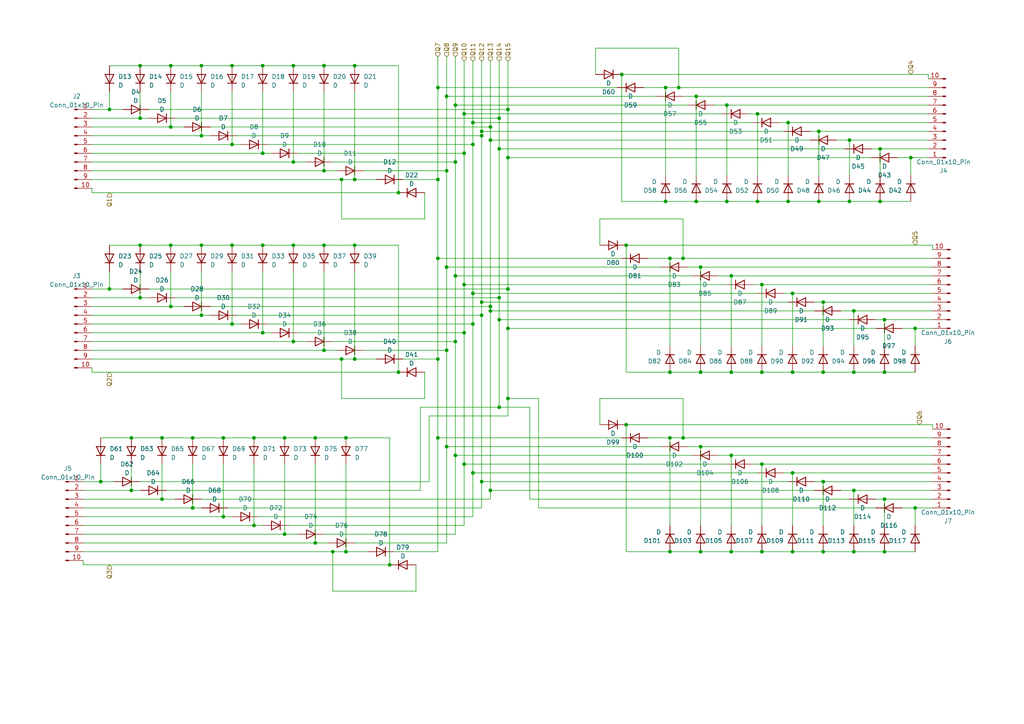
<source format=kicad_sch>
(kicad_sch (version 20230121) (generator eeschema)
  (paper "A4")
  (junction (at 134.62 134.62))
  (junction (at 100.33 160.02))
  (junction (at 40.64 86.36))
  (junction (at 144.78 118.11))
  (junction (at 194.31 160.02))
  (junction (at 58.42 71.12))
  (junction (at 31.75 31.75))
  (junction (at 256.54 92.71))
  (junction (at 265.43 95.25))
  (junction (at 229.87 137.16))
  (junction (at 100.33 127))
  (junction (at 210.82 58.42))
  (junction (at 127 52.07))
  (junction (at 85.09 71.12))
  (junction (at 256.54 160.02))
  (junction (at 198.12 127))
  (junction (at 147.32 31.75))
  (junction (at 137.16 93.98))
  (junction (at 139.7 39.37))
  (junction (at 102.87 52.07))
  (junction (at 180.34 21.59))
  (junction (at 134.62 44.45))
  (junction (at 139.7 87.63))
  (junction (at 91.44 157.48))
  (junction (at 113.03 163.83))
  (junction (at 76.2 96.52))
  (junction (at 55.88 127))
  (junction (at 73.66 152.4))
  (junction (at 229.87 85.09))
  (junction (at 93.98 19.05))
  (junction (at 144.78 86.36))
  (junction (at 238.76 139.7))
  (junction (at 147.32 45.72))
  (junction (at 46.99 127))
  (junction (at 40.64 19.05))
  (junction (at 246.38 40.64))
  (junction (at 73.66 127))
  (junction (at 127 127))
  (junction (at 193.04 58.42))
  (junction (at 129.54 101.6))
  (junction (at 228.6 35.56))
  (junction (at 93.98 101.6))
  (junction (at 137.16 41.91))
  (junction (at 134.62 33.02))
  (junction (at 85.09 19.05))
  (junction (at 129.54 129.54))
  (junction (at 194.31 74.93))
  (junction (at 193.04 25.4))
  (junction (at 147.32 95.25))
  (junction (at 237.49 58.42))
  (junction (at 132.08 46.99))
  (junction (at 139.7 38.1))
  (junction (at 96.52 160.02))
  (junction (at 91.44 127))
  (junction (at 58.42 19.05))
  (junction (at 144.78 43.18))
  (junction (at 102.87 71.12))
  (junction (at 255.27 58.42))
  (junction (at 134.62 96.52))
  (junction (at 38.1 142.24))
  (junction (at 139.7 139.7))
  (junction (at 93.98 49.53))
  (junction (at 229.87 107.95))
  (junction (at 129.54 49.53))
  (junction (at 210.82 30.48))
  (junction (at 203.2 129.54))
  (junction (at 49.53 88.9))
  (junction (at 181.61 71.12))
  (junction (at 201.93 27.94))
  (junction (at 220.98 160.02))
  (junction (at 64.77 149.86))
  (junction (at 82.55 127))
  (junction (at 115.57 55.88))
  (junction (at 264.16 45.72))
  (junction (at 29.21 139.7))
  (junction (at 219.71 33.02))
  (junction (at 55.88 147.32))
  (junction (at 142.24 88.9))
  (junction (at 127 25.4))
  (junction (at 203.2 107.95))
  (junction (at 67.31 71.12))
  (junction (at 58.42 39.37))
  (junction (at 201.93 58.42))
  (junction (at 137.16 137.16))
  (junction (at 67.31 41.91))
  (junction (at 229.87 160.02))
  (junction (at 40.64 34.29))
  (junction (at 76.2 44.45))
  (junction (at 93.98 71.12))
  (junction (at 142.24 90.17))
  (junction (at 142.24 36.83))
  (junction (at 102.87 104.14))
  (junction (at 129.54 27.94))
  (junction (at 127 104.14))
  (junction (at 181.61 123.19))
  (junction (at 132.08 132.08))
  (junction (at 115.57 107.95))
  (junction (at 220.98 107.95))
  (junction (at 247.65 142.24))
  (junction (at 58.42 91.44))
  (junction (at 247.65 160.02))
  (junction (at 132.08 99.06))
  (junction (at 256.54 144.78))
  (junction (at 99.06 104.14))
  (junction (at 219.71 58.42))
  (junction (at 46.99 144.78))
  (junction (at 139.7 91.44))
  (junction (at 49.53 19.05))
  (junction (at 220.98 134.62))
  (junction (at 212.09 80.01))
  (junction (at 212.09 160.02))
  (junction (at 85.09 46.99))
  (junction (at 198.12 74.93))
  (junction (at 64.77 127))
  (junction (at 246.38 58.42))
  (junction (at 238.76 160.02))
  (junction (at 194.31 127))
  (junction (at 212.09 107.95))
  (junction (at 76.2 19.05))
  (junction (at 49.53 71.12))
  (junction (at 85.09 99.06))
  (junction (at 237.49 38.1))
  (junction (at 238.76 107.95))
  (junction (at 67.31 93.98))
  (junction (at 132.08 30.48))
  (junction (at 76.2 71.12))
  (junction (at 127 74.93))
  (junction (at 144.78 92.71))
  (junction (at 134.62 82.55))
  (junction (at 212.09 132.08))
  (junction (at 238.76 87.63))
  (junction (at 247.65 90.17))
  (junction (at 99.06 52.07))
  (junction (at 132.08 80.01))
  (junction (at 147.32 83.82))
  (junction (at 194.31 107.95))
  (junction (at 255.27 43.18))
  (junction (at 220.98 82.55))
  (junction (at 142.24 142.24))
  (junction (at 137.16 85.09))
  (junction (at 82.55 154.94))
  (junction (at 102.87 19.05))
  (junction (at 40.64 71.12))
  (junction (at 228.6 58.42))
  (junction (at 67.31 19.05))
  (junction (at 142.24 40.64))
  (junction (at 203.2 160.02))
  (junction (at 247.65 107.95))
  (junction (at 147.32 115.57))
  (junction (at 256.54 107.95))
  (junction (at 203.2 77.47))
  (junction (at 31.75 83.82))
  (junction (at 38.1 127))
  (junction (at 265.43 147.32))
  (junction (at 196.85 25.4))
  (junction (at 129.54 77.47))
  (junction (at 49.53 36.83))
  (junction (at 144.78 34.29))
  (junction (at 137.16 35.56))
  (wire (pts (xy 270.51 72.39) (xy 270.51 71.12)))
  (wire (pts (xy 26.67 107.95) (xy 115.57 107.95)))
  (wire (pts (xy 256.54 152.4) (xy 256.54 144.78)))
  (wire (pts (xy 237.49 38.1) (xy 234.95 38.1)))
  (wire (pts (xy 127 127) (xy 180.34 127)))
  (wire (pts (xy 58.42 71.12) (xy 67.31 71.12)))
  (wire (pts (xy 137.16 35.56) (xy 137.16 41.91)))
  (wire (pts (xy 85.09 19.05) (xy 93.98 19.05)))
  (wire (pts (xy 82.55 127) (xy 91.44 127)))
  (wire (pts (xy 142.24 36.83) (xy 142.24 17.78)))
  (wire (pts (xy 269.24 22.86) (xy 269.24 21.59)))
  (wire (pts (xy 91.44 134.62) (xy 91.44 157.48)))
  (wire (pts (xy 137.16 85.09) (xy 137.16 93.98)))
  (wire (pts (xy 64.77 134.62) (xy 64.77 149.86)))
  (wire (pts (xy 26.67 39.37) (xy 58.42 39.37)))
  (wire (pts (xy 220.98 160.02) (xy 212.09 160.02)))
  (wire (pts (xy 228.6 58.42) (xy 219.71 58.42)))
  (wire (pts (xy 48.26 142.24) (xy 121.92 142.24)))
  (wire (pts (xy 26.67 44.45) (xy 76.2 44.45)))
  (wire (pts (xy 67.31 41.91) (xy 69.85 41.91)))
  (wire (pts (xy 144.78 34.29) (xy 144.78 17.78)))
  (wire (pts (xy 38.1 127) (xy 46.99 127)))
  (wire (pts (xy 255.27 50.8) (xy 255.27 43.18)))
  (wire (pts (xy 269.24 33.02) (xy 219.71 33.02)))
  (wire (pts (xy 194.31 127) (xy 187.96 127)))
  (wire (pts (xy 24.13 160.02) (xy 96.52 160.02)))
  (wire (pts (xy 255.27 58.42) (xy 246.38 58.42)))
  (wire (pts (xy 201.93 58.42) (xy 193.04 58.42)))
  (wire (pts (xy 256.54 107.95) (xy 247.65 107.95)))
  (wire (pts (xy 60.96 36.83) (xy 142.24 36.83)))
  (wire (pts (xy 26.67 88.9) (xy 49.53 88.9)))
  (wire (pts (xy 102.87 26.67) (xy 102.87 52.07)))
  (wire (pts (xy 212.09 100.33) (xy 212.09 80.01)))
  (wire (pts (xy 55.88 134.62) (xy 55.88 147.32)))
  (wire (pts (xy 114.3 160.02) (xy 127 160.02)))
  (wire (pts (xy 210.82 58.42) (xy 201.93 58.42)))
  (wire (pts (xy 127 25.4) (xy 179.07 25.4)))
  (wire (pts (xy 86.36 96.52) (xy 134.62 96.52)))
  (wire (pts (xy 85.09 78.74) (xy 85.09 99.06)))
  (wire (pts (xy 120.65 171.45) (xy 96.52 171.45)))
  (wire (pts (xy 203.2 152.4) (xy 203.2 129.54)))
  (wire (pts (xy 265.43 100.33) (xy 265.43 95.25)))
  (wire (pts (xy 26.67 55.88) (xy 115.57 55.88)))
  (wire (pts (xy 68.58 91.44) (xy 139.7 91.44)))
  (wire (pts (xy 156.21 147.32) (xy 156.21 115.57)))
  (wire (pts (xy 270.51 147.32) (xy 265.43 147.32)))
  (wire (pts (xy 269.24 27.94) (xy 201.93 27.94)))
  (wire (pts (xy 46.99 134.62) (xy 46.99 144.78)))
  (wire (pts (xy 147.32 45.72) (xy 252.73 45.72)))
  (wire (pts (xy 212.09 132.08) (xy 208.28 132.08)))
  (wire (pts (xy 55.88 147.32) (xy 58.42 147.32)))
  (wire (pts (xy 264.16 45.72) (xy 260.35 45.72)))
  (wire (pts (xy 196.85 13.97) (xy 196.85 25.4)))
  (wire (pts (xy 76.2 96.52) (xy 78.74 96.52)))
  (wire (pts (xy 40.64 19.05) (xy 49.53 19.05)))
  (wire (pts (xy 31.75 78.74) (xy 31.75 83.82)))
  (wire (pts (xy 198.12 127) (xy 194.31 127)))
  (wire (pts (xy 129.54 27.94) (xy 190.5 27.94)))
  (wire (pts (xy 132.08 80.01) (xy 200.66 80.01)))
  (wire (pts (xy 256.54 144.78) (xy 254 144.78)))
  (wire (pts (xy 127 74.93) (xy 127 52.07)))
  (wire (pts (xy 26.67 41.91) (xy 67.31 41.91)))
  (wire (pts (xy 194.31 160.02) (xy 181.61 160.02)))
  (wire (pts (xy 73.66 127) (xy 82.55 127)))
  (wire (pts (xy 247.65 152.4) (xy 247.65 142.24)))
  (wire (pts (xy 24.13 152.4) (xy 73.66 152.4)))
  (wire (pts (xy 229.87 160.02) (xy 220.98 160.02)))
  (wire (pts (xy 270.51 142.24) (xy 247.65 142.24)))
  (wire (pts (xy 238.76 100.33) (xy 238.76 87.63)))
  (wire (pts (xy 24.13 154.94) (xy 82.55 154.94)))
  (wire (pts (xy 220.98 100.33) (xy 220.98 82.55)))
  (wire (pts (xy 134.62 82.55) (xy 134.62 44.45)))
  (wire (pts (xy 49.53 88.9) (xy 53.34 88.9)))
  (wire (pts (xy 26.67 86.36) (xy 40.64 86.36)))
  (wire (pts (xy 264.16 50.8) (xy 264.16 45.72)))
  (wire (pts (xy 24.13 142.24) (xy 38.1 142.24)))
  (wire (pts (xy 100.33 160.02) (xy 106.68 160.02)))
  (wire (pts (xy 102.87 157.48) (xy 129.54 157.48)))
  (wire (pts (xy 142.24 88.9) (xy 142.24 90.17)))
  (wire (pts (xy 132.08 132.08) (xy 200.66 132.08)))
  (wire (pts (xy 203.2 100.33) (xy 203.2 77.47)))
  (wire (pts (xy 24.13 149.86) (xy 64.77 149.86)))
  (wire (pts (xy 49.53 78.74) (xy 49.53 88.9)))
  (wire (pts (xy 77.47 41.91) (xy 137.16 41.91)))
  (wire (pts (xy 198.12 63.5) (xy 198.12 74.93)))
  (wire (pts (xy 229.87 85.09) (xy 227.33 85.09)))
  (wire (pts (xy 116.84 104.14) (xy 127 104.14)))
  (wire (pts (xy 73.66 134.62) (xy 73.66 152.4)))
  (wire (pts (xy 270.51 95.25) (xy 265.43 95.25)))
  (wire (pts (xy 127 127) (xy 127 104.14)))
  (wire (pts (xy 99.06 52.07) (xy 102.87 52.07)))
  (wire (pts (xy 144.78 118.11) (xy 153.67 118.11)))
  (wire (pts (xy 246.38 58.42) (xy 237.49 58.42)))
  (wire (pts (xy 29.21 139.7) (xy 33.02 139.7)))
  (wire (pts (xy 24.13 162.56) (xy 24.13 163.83)))
  (wire (pts (xy 102.87 78.74) (xy 102.87 104.14)))
  (wire (pts (xy 147.32 115.57) (xy 147.32 95.25)))
  (wire (pts (xy 269.24 40.64) (xy 246.38 40.64)))
  (wire (pts (xy 270.51 82.55) (xy 220.98 82.55)))
  (wire (pts (xy 66.04 147.32) (xy 139.7 147.32)))
  (wire (pts (xy 147.32 95.25) (xy 254 95.25)))
  (wire (pts (xy 246.38 144.78) (xy 153.67 144.78)))
  (wire (pts (xy 31.75 83.82) (xy 35.56 83.82)))
  (wire (pts (xy 194.31 100.33) (xy 194.31 74.93)))
  (wire (pts (xy 129.54 49.53) (xy 129.54 27.94)))
  (wire (pts (xy 121.92 118.11) (xy 144.78 118.11)))
  (wire (pts (xy 132.08 99.06) (xy 132.08 80.01)))
  (wire (pts (xy 139.7 139.7) (xy 139.7 91.44)))
  (wire (pts (xy 173.99 123.19) (xy 173.99 115.57)))
  (wire (pts (xy 123.19 55.88) (xy 123.19 63.5)))
  (wire (pts (xy 270.51 132.08) (xy 212.09 132.08)))
  (wire (pts (xy 219.71 58.42) (xy 210.82 58.42)))
  (wire (pts (xy 124.46 139.7) (xy 124.46 120.65)))
  (wire (pts (xy 43.18 83.82) (xy 147.32 83.82)))
  (wire (pts (xy 147.32 45.72) (xy 147.32 31.75)))
  (wire (pts (xy 134.62 96.52) (xy 134.62 82.55)))
  (wire (pts (xy 269.24 25.4) (xy 196.85 25.4)))
  (wire (pts (xy 91.44 157.48) (xy 95.25 157.48)))
  (wire (pts (xy 124.46 120.65) (xy 147.32 120.65)))
  (wire (pts (xy 99.06 115.57) (xy 99.06 104.14)))
  (wire (pts (xy 193.04 25.4) (xy 186.69 25.4)))
  (wire (pts (xy 85.09 71.12) (xy 93.98 71.12)))
  (wire (pts (xy 132.08 154.94) (xy 132.08 132.08)))
  (wire (pts (xy 212.09 107.95) (xy 203.2 107.95)))
  (wire (pts (xy 237.49 58.42) (xy 228.6 58.42)))
  (wire (pts (xy 246.38 40.64) (xy 242.57 40.64)))
  (wire (pts (xy 137.16 137.16) (xy 219.71 137.16)))
  (wire (pts (xy 269.24 38.1) (xy 237.49 38.1)))
  (wire (pts (xy 93.98 19.05) (xy 102.87 19.05)))
  (wire (pts (xy 238.76 107.95) (xy 229.87 107.95)))
  (wire (pts (xy 26.67 83.82) (xy 31.75 83.82)))
  (wire (pts (xy 99.06 104.14) (xy 102.87 104.14)))
  (wire (pts (xy 129.54 157.48) (xy 129.54 129.54)))
  (wire (pts (xy 26.67 46.99) (xy 85.09 46.99)))
  (wire (pts (xy 139.7 139.7) (xy 228.6 139.7)))
  (wire (pts (xy 40.64 78.74) (xy 40.64 86.36)))
  (wire (pts (xy 247.65 90.17) (xy 243.84 90.17)))
  (wire (pts (xy 137.16 149.86) (xy 137.16 137.16)))
  (wire (pts (xy 247.65 107.95) (xy 238.76 107.95)))
  (wire (pts (xy 270.51 77.47) (xy 203.2 77.47)))
  (wire (pts (xy 139.7 38.1) (xy 139.7 17.78)))
  (wire (pts (xy 64.77 127) (xy 73.66 127)))
  (wire (pts (xy 196.85 25.4) (xy 193.04 25.4)))
  (wire (pts (xy 99.06 63.5) (xy 99.06 52.07)))
  (wire (pts (xy 116.84 52.07) (xy 127 52.07)))
  (wire (pts (xy 237.49 50.8) (xy 237.49 38.1)))
  (wire (pts (xy 256.54 100.33) (xy 256.54 92.71)))
  (wire (pts (xy 181.61 160.02) (xy 181.61 123.19)))
  (wire (pts (xy 270.51 144.78) (xy 256.54 144.78)))
  (wire (pts (xy 26.67 36.83) (xy 49.53 36.83)))
  (wire (pts (xy 229.87 137.16) (xy 227.33 137.16)))
  (wire (pts (xy 85.09 99.06) (xy 88.9 99.06)))
  (wire (pts (xy 91.44 127) (xy 100.33 127)))
  (wire (pts (xy 270.51 87.63) (xy 238.76 87.63)))
  (wire (pts (xy 127 104.14) (xy 127 74.93)))
  (wire (pts (xy 210.82 30.48) (xy 207.01 30.48)))
  (wire (pts (xy 134.62 96.52) (xy 134.62 134.62)))
  (wire (pts (xy 24.13 163.83) (xy 113.03 163.83)))
  (wire (pts (xy 49.53 26.67) (xy 49.53 36.83)))
  (wire (pts (xy 93.98 26.67) (xy 93.98 49.53)))
  (wire (pts (xy 58.42 91.44) (xy 60.96 91.44)))
  (wire (pts (xy 265.43 152.4) (xy 265.43 147.32)))
  (wire (pts (xy 67.31 71.12) (xy 76.2 71.12)))
  (wire (pts (xy 144.78 43.18) (xy 144.78 34.29)))
  (wire (pts (xy 270.51 139.7) (xy 238.76 139.7)))
  (wire (pts (xy 172.72 21.59) (xy 172.72 13.97)))
  (wire (pts (xy 270.51 74.93) (xy 198.12 74.93)))
  (wire (pts (xy 228.6 35.56) (xy 226.06 35.56)))
  (wire (pts (xy 269.24 30.48) (xy 210.82 30.48)))
  (wire (pts (xy 147.32 95.25) (xy 147.32 83.82)))
  (wire (pts (xy 129.54 27.94) (xy 129.54 16.51)))
  (wire (pts (xy 102.87 104.14) (xy 109.22 104.14)))
  (wire (pts (xy 247.65 100.33) (xy 247.65 90.17)))
  (wire (pts (xy 31.75 31.75) (xy 35.56 31.75)))
  (wire (pts (xy 85.09 46.99) (xy 88.9 46.99)))
  (wire (pts (xy 144.78 86.36) (xy 144.78 43.18)))
  (wire (pts (xy 142.24 40.64) (xy 142.24 36.83)))
  (wire (pts (xy 26.67 93.98) (xy 67.31 93.98)))
  (wire (pts (xy 127 52.07) (xy 127 25.4)))
  (wire (pts (xy 201.93 27.94) (xy 198.12 27.94)))
  (wire (pts (xy 144.78 43.18) (xy 245.11 43.18)))
  (wire (pts (xy 102.87 19.05) (xy 115.57 19.05)))
  (wire (pts (xy 255.27 43.18) (xy 252.73 43.18)))
  (wire (pts (xy 38.1 134.62) (xy 38.1 142.24)))
  (wire (pts (xy 144.78 118.11) (xy 144.78 92.71)))
  (wire (pts (xy 256.54 92.71) (xy 254 92.71)))
  (wire (pts (xy 76.2 78.74) (xy 76.2 96.52)))
  (wire (pts (xy 139.7 147.32) (xy 139.7 139.7)))
  (wire (pts (xy 247.65 160.02) (xy 238.76 160.02)))
  (wire (pts (xy 40.64 71.12) (xy 49.53 71.12)))
  (wire (pts (xy 129.54 101.6) (xy 129.54 77.47)))
  (wire (pts (xy 270.51 124.46) (xy 270.51 123.19)))
  (wire (pts (xy 40.64 34.29) (xy 43.18 34.29)))
  (wire (pts (xy 203.2 129.54) (xy 199.39 129.54)))
  (wire (pts (xy 82.55 154.94) (xy 86.36 154.94)))
  (wire (pts (xy 24.13 144.78) (xy 46.99 144.78)))
  (wire (pts (xy 134.62 134.62) (xy 134.62 152.4)))
  (wire (pts (xy 256.54 160.02) (xy 247.65 160.02)))
  (wire (pts (xy 76.2 26.67) (xy 76.2 44.45)))
  (wire (pts (xy 139.7 91.44) (xy 139.7 87.63)))
  (wire (pts (xy 139.7 39.37) (xy 139.7 38.1)))
  (wire (pts (xy 270.51 129.54) (xy 203.2 129.54)))
  (wire (pts (xy 100.33 127) (xy 113.03 127)))
  (wire (pts (xy 198.12 115.57) (xy 198.12 127)))
  (wire (pts (xy 142.24 40.64) (xy 234.95 40.64)))
  (wire (pts (xy 31.75 71.12) (xy 40.64 71.12)))
  (wire (pts (xy 121.92 142.24) (xy 121.92 118.11)))
  (wire (pts (xy 73.66 152.4) (xy 76.2 152.4)))
  (wire (pts (xy 26.67 34.29) (xy 40.64 34.29)))
  (wire (pts (xy 50.8 34.29) (xy 144.78 34.29)))
  (wire (pts (xy 31.75 26.67) (xy 31.75 31.75)))
  (wire (pts (xy 26.67 52.07) (xy 99.06 52.07)))
  (wire (pts (xy 76.2 44.45) (xy 78.74 44.45)))
  (wire (pts (xy 229.87 107.95) (xy 220.98 107.95)))
  (wire (pts (xy 46.99 127) (xy 55.88 127)))
  (wire (pts (xy 67.31 26.67) (xy 67.31 41.91)))
  (wire (pts (xy 40.64 139.7) (xy 124.46 139.7)))
  (wire (pts (xy 58.42 19.05) (xy 67.31 19.05)))
  (wire (pts (xy 50.8 86.36) (xy 144.78 86.36)))
  (wire (pts (xy 93.98 101.6) (xy 97.79 101.6)))
  (wire (pts (xy 236.22 90.17) (xy 142.24 90.17)))
  (wire (pts (xy 43.18 31.75) (xy 147.32 31.75)))
  (wire (pts (xy 115.57 71.12) (xy 115.57 107.95)))
  (wire (pts (xy 93.98 71.12) (xy 102.87 71.12)))
  (wire (pts (xy 132.08 30.48) (xy 132.08 16.51)))
  (wire (pts (xy 93.98 49.53) (xy 97.79 49.53)))
  (wire (pts (xy 49.53 36.83) (xy 53.34 36.83)))
  (wire (pts (xy 142.24 90.17) (xy 142.24 142.24)))
  (wire (pts (xy 129.54 129.54) (xy 129.54 101.6)))
  (wire (pts (xy 270.51 134.62) (xy 220.98 134.62)))
  (wire (pts (xy 139.7 87.63) (xy 228.6 87.63)))
  (wire (pts (xy 96.52 171.45) (xy 96.52 160.02)))
  (wire (pts (xy 181.61 107.95) (xy 181.61 71.12)))
  (wire (pts (xy 173.99 71.12) (xy 173.99 63.5)))
  (wire (pts (xy 134.62 44.45) (xy 134.62 33.02)))
  (wire (pts (xy 46.99 144.78) (xy 50.8 144.78)))
  (wire (pts (xy 129.54 77.47) (xy 129.54 49.53)))
  (wire (pts (xy 203.2 77.47) (xy 199.39 77.47)))
  (wire (pts (xy 193.04 58.42) (xy 180.34 58.42)))
  (wire (pts (xy 265.43 95.25) (xy 261.62 95.25)))
  (wire (pts (xy 203.2 107.95) (xy 194.31 107.95)))
  (wire (pts (xy 229.87 152.4) (xy 229.87 137.16)))
  (wire (pts (xy 134.62 33.02) (xy 134.62 17.78)))
  (wire (pts (xy 139.7 38.1) (xy 227.33 38.1)))
  (wire (pts (xy 40.64 26.67) (xy 40.64 34.29)))
  (wire (pts (xy 105.41 101.6) (xy 129.54 101.6)))
  (wire (pts (xy 220.98 82.55) (xy 218.44 82.55)))
  (wire (pts (xy 26.67 31.75) (xy 31.75 31.75)))
  (wire (pts (xy 270.51 71.12) (xy 181.61 71.12)))
  (wire (pts (xy 270.51 123.19) (xy 181.61 123.19)))
  (wire (pts (xy 96.52 99.06) (xy 132.08 99.06)))
  (wire (pts (xy 129.54 77.47) (xy 191.77 77.47)))
  (wire (pts (xy 134.62 134.62) (xy 210.82 134.62)))
  (wire (pts (xy 58.42 78.74) (xy 58.42 91.44)))
  (wire (pts (xy 220.98 152.4) (xy 220.98 134.62)))
  (wire (pts (xy 134.62 33.02) (xy 209.55 33.02)))
  (wire (pts (xy 194.31 152.4) (xy 194.31 127)))
  (wire (pts (xy 194.31 74.93) (xy 187.96 74.93)))
  (wire (pts (xy 172.72 13.97) (xy 196.85 13.97)))
  (wire (pts (xy 137.16 17.78) (xy 137.16 35.56)))
  (wire (pts (xy 147.32 31.75) (xy 147.32 17.78)))
  (wire (pts (xy 270.51 127) (xy 198.12 127)))
  (wire (pts (xy 26.67 99.06) (xy 85.09 99.06)))
  (wire (pts (xy 120.65 163.83) (xy 120.65 171.45)))
  (wire (pts (xy 38.1 142.24) (xy 40.64 142.24)))
  (wire (pts (xy 212.09 80.01) (xy 208.28 80.01)))
  (wire (pts (xy 220.98 134.62) (xy 218.44 134.62)))
  (wire (pts (xy 127 25.4) (xy 127 16.51)))
  (wire (pts (xy 270.51 80.01) (xy 212.09 80.01)))
  (wire (pts (xy 85.09 26.67) (xy 85.09 46.99)))
  (wire (pts (xy 102.87 71.12) (xy 115.57 71.12)))
  (wire (pts (xy 194.31 107.95) (xy 181.61 107.95)))
  (wire (pts (xy 246.38 50.8) (xy 246.38 40.64)))
  (wire (pts (xy 132.08 30.48) (xy 199.39 30.48)))
  (wire (pts (xy 137.16 137.16) (xy 137.16 93.98)))
  (wire (pts (xy 201.93 50.8) (xy 201.93 27.94)))
  (wire (pts (xy 147.32 120.65) (xy 147.32 115.57)))
  (wire (pts (xy 49.53 71.12) (xy 58.42 71.12)))
  (wire (pts (xy 115.57 19.05) (xy 115.57 55.88)))
  (wire (pts (xy 77.47 93.98) (xy 137.16 93.98)))
  (wire (pts (xy 132.08 132.08) (xy 132.08 99.06)))
  (wire (pts (xy 96.52 46.99) (xy 132.08 46.99)))
  (wire (pts (xy 156.21 115.57) (xy 147.32 115.57)))
  (wire (pts (xy 64.77 149.86) (xy 67.31 149.86)))
  (wire (pts (xy 269.24 43.18) (xy 255.27 43.18)))
  (wire (pts (xy 127 160.02) (xy 127 127)))
  (wire (pts (xy 180.34 58.42) (xy 180.34 21.59)))
  (wire (pts (xy 238.76 139.7) (xy 236.22 139.7)))
  (wire (pts (xy 102.87 52.07) (xy 109.22 52.07)))
  (wire (pts (xy 137.16 41.91) (xy 137.16 85.09)))
  (wire (pts (xy 55.88 127) (xy 64.77 127)))
  (wire (pts (xy 129.54 129.54) (xy 191.77 129.54)))
  (wire (pts (xy 24.13 157.48) (xy 91.44 157.48)))
  (wire (pts (xy 60.96 88.9) (xy 142.24 88.9)))
  (wire (pts (xy 218.44 35.56) (xy 137.16 35.56)))
  (wire (pts (xy 153.67 144.78) (xy 153.67 118.11)))
  (wire (pts (xy 144.78 92.71) (xy 246.38 92.71)))
  (wire (pts (xy 173.99 115.57) (xy 198.12 115.57)))
  (wire (pts (xy 269.24 21.59) (xy 180.34 21.59)))
  (wire (pts (xy 83.82 152.4) (xy 134.62 152.4)))
  (wire (pts (xy 228.6 50.8) (xy 228.6 35.56)))
  (wire (pts (xy 29.21 134.62) (xy 29.21 139.7)))
  (wire (pts (xy 238.76 152.4) (xy 238.76 139.7)))
  (wire (pts (xy 210.82 50.8) (xy 210.82 30.48)))
  (wire (pts (xy 229.87 100.33) (xy 229.87 85.09)))
  (wire (pts (xy 212.09 160.02) (xy 203.2 160.02)))
  (wire (pts (xy 67.31 19.05) (xy 76.2 19.05)))
  (wire (pts (xy 144.78 92.71) (xy 144.78 86.36)))
  (wire (pts (xy 49.53 19.05) (xy 58.42 19.05)))
  (wire (pts (xy 265.43 160.02) (xy 256.54 160.02)))
  (wire (pts (xy 31.75 19.05) (xy 40.64 19.05)))
  (wire (pts (xy 26.67 49.53) (xy 93.98 49.53)))
  (wire (pts (xy 127 74.93) (xy 180.34 74.93)))
  (wire (pts (xy 24.13 147.32) (xy 55.88 147.32)))
  (wire (pts (xy 58.42 144.78) (xy 142.24 144.78)))
  (wire (pts (xy 270.51 90.17) (xy 247.65 90.17)))
  (wire (pts (xy 203.2 160.02) (xy 194.31 160.02)))
  (wire (pts (xy 198.12 74.93) (xy 194.31 74.93)))
  (wire (pts (xy 147.32 83.82) (xy 147.32 45.72)))
  (wire (pts (xy 29.21 127) (xy 38.1 127)))
  (wire (pts (xy 142.24 88.9) (xy 142.24 40.64)))
  (wire (pts (xy 82.55 134.62) (xy 82.55 154.94)))
  (wire (pts (xy 68.58 39.37) (xy 139.7 39.37)))
  (wire (pts (xy 86.36 44.45) (xy 134.62 44.45)))
  (wire (pts (xy 173.99 63.5) (xy 198.12 63.5)))
  (wire (pts (xy 76.2 19.05) (xy 85.09 19.05)))
  (wire (pts (xy 123.19 115.57) (xy 99.06 115.57)))
  (wire (pts (xy 93.98 78.74) (xy 93.98 101.6)))
  (wire (pts (xy 142.24 144.78) (xy 142.24 142.24)))
  (wire (pts (xy 26.67 54.61) (xy 26.67 55.88)))
  (wire (pts (xy 193.04 50.8) (xy 193.04 25.4)))
  (wire (pts (xy 105.41 49.53) (xy 129.54 49.53)))
  (wire (pts (xy 265.43 147.32) (xy 261.62 147.32)))
  (wire (pts (xy 26.67 106.68) (xy 26.67 107.95)))
  (wire (pts (xy 76.2 71.12) (xy 85.09 71.12)))
  (wire (pts (xy 134.62 82.55) (xy 210.82 82.55)))
  (wire (pts (xy 58.42 26.67) (xy 58.42 39.37)))
  (wire (pts (xy 219.71 85.09) (xy 137.16 85.09)))
  (wire (pts (xy 219.71 33.02) (xy 217.17 33.02)))
  (wire (pts (xy 238.76 87.63) (xy 236.22 87.63)))
  (wire (pts (xy 220.98 107.95) (xy 212.09 107.95)))
  (wire (pts (xy 67.31 93.98) (xy 69.85 93.98)))
  (wire (pts (xy 219.71 50.8) (xy 219.71 33.02)))
  (wire (pts (xy 270.51 137.16) (xy 229.87 137.16)))
  (wire (pts (xy 132.08 46.99) (xy 132.08 30.48)))
  (wire (pts (xy 270.51 92.71) (xy 256.54 92.71)))
  (wire (pts (xy 254 147.32) (xy 156.21 147.32)))
  (wire (pts (xy 40.64 86.36) (xy 43.18 86.36)))
  (wire (pts (xy 93.98 154.94) (xy 132.08 154.94)))
  (wire (pts (xy 238.76 160.02) (xy 229.87 160.02)))
  (wire (pts (xy 123.19 63.5) (xy 99.06 63.5)))
  (wire (pts (xy 269.24 45.72) (xy 264.16 45.72)))
  (wire (pts (xy 270.51 85.09) (xy 229.87 85.09)))
  (wire (pts (xy 212.09 152.4) (xy 212.09 132.08)))
  (wire (pts (xy 26.67 101.6) (xy 93.98 101.6)))
  (wire (pts (xy 26.67 104.14) (xy 99.06 104.14)))
  (wire (pts (xy 142.24 142.24) (xy 236.22 142.24)))
  (wire (pts (xy 139.7 87.63) (xy 139.7 39.37)))
  (wire (pts (xy 100.33 134.62) (xy 100.33 160.02)))
  (wire (pts (xy 113.03 127) (xy 113.03 163.83)))
  (wire (pts (xy 26.67 91.44) (xy 58.42 91.44)))
  (wire (pts (xy 58.42 39.37) (xy 60.96 39.37)))
  (wire (pts (xy 67.31 78.74) (xy 67.31 93.98)))
  (wire (pts (xy 265.43 107.95) (xy 256.54 107.95)))
  (wire (pts (xy 24.13 139.7) (xy 29.21 139.7)))
  (wire (pts (xy 96.52 160.02) (xy 100.33 160.02)))
  (wire (pts (xy 132.08 80.01) (xy 132.08 46.99)))
  (wire (pts (xy 123.19 107.95) (xy 123.19 115.57)))
  (wire (pts (xy 264.16 58.42) (xy 255.27 58.42)))
  (wire (pts (xy 74.93 149.86) (xy 137.16 149.86)))
  (wire (pts (xy 247.65 142.24) (xy 243.84 142.24)))
  (wire (pts (xy 269.24 35.56) (xy 228.6 35.56)))
  (wire (pts (xy 26.67 96.52) (xy 76.2 96.52)))
  (hierarchical_label "Q9" (shape input) (at 132.08 16.51 90))
  (hierarchical_label "Q12" (shape input) (at 139.7 17.78 90))
  (hierarchical_label "Q14" (shape input) (at 144.78 17.78 90))
  (hierarchical_label "Q13" (shape input) (at 142.24 17.78 90))
  (hierarchical_label "Q10" (shape input) (at 134.62 17.78 90))
  (hierarchical_label "Q1" (shape input) (at 31.75 55.88 270))
  (hierarchical_label "Q6" (shape input) (at 266.7 123.19 90))
  (hierarchical_label "Q8" (shape input) (at 129.54 16.51 90))
  (hierarchical_label "Q7" (shape input) (at 127 16.51 90))
  (hierarchical_label "Q5" (shape input) (at 265.43 71.12 90))
  (hierarchical_label "Q15" (shape input) (at 147.32 17.78 90))
  (hierarchical_label "Q4" (shape input) (at 264.16 21.59 90))
  (hierarchical_label "Q11" (shape input) (at 137.16 17.78 90))
  (hierarchical_label "Q3" (shape input) (at 31.75 163.83 270))
  (hierarchical_label "Q2" (shape input) (at 31.75 107.95 270))
  (symbol (lib_id "Device:D") (at 265.43 104.14 270) (unit 1)
    (property "Reference" "D98" (at 262.89 104.775 90) (effects (justify right)))
    (property "Value" "D" (at 262.89 102.235 90) (effects (justify right)))
    (property "Sim.Device" "D" (effects hide))
    (property "Sim.Pins" "1=K 2=A" (effects hide))
  )
  (symbol (lib_id "Device:D") (at 113.03 104.14 180) (unit 1)
    (property "Reference" "D40" (at 113.03 99.06 0))
    (property "Value" "D" (at 113.03 101.6 0))
    (property "Sim.Device" "D" (effects hide))
    (property "Sim.Pins" "1=K 2=A" (effects hide))
  )
  (symbol (lib_id "Device:D") (at 39.37 31.75 180) (unit 1)
    (property "Reference" "D4" (at 39.37 26.67 0))
    (property "Value" "D" (at 39.37 29.21 0))
    (property "Sim.Device" "D" (effects hide))
    (property "Sim.Pins" "1=K 2=A" (effects hide))
  )
  (symbol (lib_id "Device:D") (at 85.09 74.93 90) (unit 1)
    (property "Reference" "D35" (at 87.63 74.295 90) (effects (justify right)))
    (property "Value" "D" (at 87.63 76.835 90) (effects (justify right)))
    (property "Sim.Device" "D" (effects hide))
    (property "Sim.Pins" "1=K 2=A" (effects hide))
  )
  (symbol (lib_id "Device:D") (at 82.55 130.81 90) (unit 1)
    (property "Reference" "D73" (at 85.09 130.175 90) (effects (justify right)))
    (property "Value" "D" (at 85.09 132.715 90) (effects (justify right)))
    (property "Sim.Device" "D" (effects hide))
    (property "Sim.Pins" "1=K 2=A" (effects hide))
  )
  (symbol (lib_id "Device:D") (at 219.71 54.61 270) (unit 1)
    (property "Reference" "D52" (at 217.17 55.245 90) (effects (justify right)))
    (property "Value" "D" (at 217.17 52.705 90) (effects (justify right)))
    (property "Sim.Device" "D" (effects hide))
    (property "Sim.Pins" "1=K 2=A" (effects hide))
  )
  (symbol (lib_id "Device:D") (at 250.19 144.78 0) (unit 1)
    (property "Reference" "D114" (at 250.19 149.86 0))
    (property "Value" "D" (at 250.19 147.32 0))
    (property "Sim.Device" "D" (effects hide))
    (property "Sim.Pins" "1=K 2=A" (effects hide))
  )
  (symbol (lib_id "Device:D") (at 250.19 92.71 0) (unit 1)
    (property "Reference" "D95" (at 250.19 97.79 0))
    (property "Value" "D" (at 250.19 95.25 0))
    (property "Sim.Device" "D" (effects hide))
    (property "Sim.Pins" "1=K 2=A" (effects hide))
  )
  (symbol (lib_id "Device:D") (at 247.65 156.21 270) (unit 1)
    (property "Reference" "D113" (at 245.11 156.845 90) (effects (justify right)))
    (property "Value" "D" (at 245.11 154.305 90) (effects (justify right)))
    (property "Sim.Device" "D" (effects hide))
    (property "Sim.Pins" "1=K 2=A" (effects hide))
  )
  (symbol (lib_id "Connector:Conn_01x10_Pin") (at 274.32 35.56 180) (unit 1)
    (property "Reference" "J4" (at 273.685 49.53 0))
    (property "Value" "Conn_01x10_Pin" (at 273.685 46.99 0))
  )
  (symbol (lib_id "Connector:Conn_01x10_Pin") (at 19.05 149.86 0) (unit 1)
    (property "Reference" "J5" (at 19.685 135.89 0))
    (property "Value" "Conn_01x10_Pin" (at 19.685 138.43 0))
  )
  (symbol (lib_id "Connector:Conn_01x10_Pin") (at 275.59 85.09 180) (unit 1)
    (property "Reference" "J6" (at 274.955 99.06 0))
    (property "Value" "Conn_01x10_Pin" (at 274.955 96.52 0))
  )
  (symbol (lib_id "Device:D") (at 40.64 22.86 90) (unit 1)
    (property "Reference" "D14" (at 43.18 22.225 90) (effects (justify right)))
    (property "Value" "D" (at 43.18 24.765 90) (effects (justify right)))
    (property "Sim.Device" "D" (effects hide))
    (property "Sim.Pins" "1=K 2=A" (effects hide))
  )
  (symbol (lib_id "Connector:Conn_01x10_Pin") (at 275.59 137.16 180) (unit 1)
    (property "Reference" "J7" (at 274.955 151.13 0))
    (property "Value" "Conn_01x10_Pin" (at 274.955 148.59 0))
  )
  (symbol (lib_id "Device:D") (at 64.77 39.37 180) (unit 1)
    (property "Reference" "D7" (at 64.77 34.29 0))
    (property "Value" "D" (at 64.77 36.83 0))
    (property "Sim.Device" "D" (effects hide))
    (property "Sim.Pins" "1=K 2=A" (effects hide))
  )
  (symbol (lib_id "Device:D") (at 194.31 104.14 270) (unit 1)
    (property "Reference" "D82" (at 191.77 104.775 90) (effects (justify right)))
    (property "Value" "D" (at 191.77 102.235 90) (effects (justify right)))
    (property "Sim.Device" "D" (effects hide))
    (property "Sim.Pins" "1=K 2=A" (effects hide))
  )
  (symbol (lib_id "Device:D") (at 31.75 22.86 90) (unit 1)
    (property "Reference" "D13" (at 34.29 22.225 90) (effects (justify right)))
    (property "Value" "D" (at 34.29 24.765 90) (effects (justify right)))
    (property "Sim.Device" "D" (effects hide))
    (property "Sim.Pins" "1=K 2=A" (effects hide))
  )
  (symbol (lib_id "Device:D") (at 46.99 34.29 180) (unit 1)
    (property "Reference" "D5" (at 46.99 29.21 0))
    (property "Value" "D" (at 46.99 31.75 0))
    (property "Sim.Device" "D" (effects hide))
    (property "Sim.Pins" "1=K 2=A" (effects hide))
  )
  (symbol (lib_id "Device:D") (at 194.31 27.94 0) (unit 1)
    (property "Reference" "D57" (at 194.31 33.02 0))
    (property "Value" "D" (at 194.31 30.48 0))
    (property "Sim.Device" "D" (effects hide))
    (property "Sim.Pins" "1=K 2=A" (effects hide))
  )
  (symbol (lib_id "Device:D") (at 237.49 54.61 270) (unit 1)
    (property "Reference" "D48" (at 234.95 55.245 90) (effects (justify right)))
    (property "Value" "D" (at 234.95 52.705 90) (effects (justify right)))
    (property "Sim.Device" "D" (effects hide))
    (property "Sim.Pins" "1=K 2=A" (effects hide))
  )
  (symbol (lib_id "Device:D") (at 90.17 154.94 180) (unit 1)
    (property "Reference" "D74" (at 90.17 149.86 0))
    (property "Value" "D" (at 90.17 152.4 0))
    (property "Sim.Device" "D" (effects hide))
    (property "Sim.Pins" "1=K 2=A" (effects hide))
  )
  (symbol (lib_id "Device:D") (at 204.47 132.08 0) (unit 1)
    (property "Reference" "D104" (at 204.47 137.16 0))
    (property "Value" "D" (at 204.47 134.62 0))
    (property "Sim.Device" "D" (effects hide))
    (property "Sim.Pins" "1=K 2=A" (effects hide))
  )
  (symbol (lib_id "Device:D") (at 256.54 156.21 270) (unit 1)
    (property "Reference" "D115" (at 254 156.845 90) (effects (justify right)))
    (property "Value" "D" (at 254 154.305 90) (effects (justify right)))
    (property "Sim.Device" "D" (effects hide))
    (property "Sim.Pins" "1=K 2=A" (effects hide))
  )
  (symbol (lib_id "Device:D") (at 85.09 22.86 90) (unit 1)
    (property "Reference" "D19" (at 87.63 22.225 90) (effects (justify right)))
    (property "Value" "D" (at 87.63 24.765 90) (effects (justify right)))
    (property "Sim.Device" "D" (effects hide))
    (property "Sim.Pins" "1=K 2=A" (effects hide))
  )
  (symbol (lib_id "Device:D") (at 203.2 156.21 270) (unit 1)
    (property "Reference" "D103" (at 200.66 156.845 90) (effects (justify right)))
    (property "Value" "D" (at 200.66 154.305 90) (effects (justify right)))
    (property "Sim.Device" "D" (effects hide))
    (property "Sim.Pins" "1=K 2=A" (effects hide))
  )
  (symbol (lib_id "Device:D") (at 73.66 41.91 180) (unit 1)
    (property "Reference" "D8" (at 73.66 36.83 0))
    (property "Value" "D" (at 73.66 39.37 0))
    (property "Sim.Device" "D" (effects hide))
    (property "Sim.Pins" "1=K 2=A" (effects hide))
  )
  (symbol (lib_id "Device:D") (at 93.98 74.93 90) (unit 1)
    (property "Reference" "D37" (at 96.52 74.295 90) (effects (justify right)))
    (property "Value" "D" (at 96.52 76.835 90) (effects (justify right)))
    (property "Sim.Device" "D" (effects hide))
    (property "Sim.Pins" "1=K 2=A" (effects hide))
  )
  (symbol (lib_id "Device:D") (at 54.61 144.78 180) (unit 1)
    (property "Reference" "D66" (at 54.61 139.7 0))
    (property "Value" "D" (at 54.61 142.24 0))
    (property "Sim.Device" "D" (effects hide))
    (property "Sim.Pins" "1=K 2=A" (effects hide))
  )
  (symbol (lib_id "Device:D") (at 36.83 139.7 180) (unit 1)
    (property "Reference" "D62" (at 36.83 134.62 0))
    (property "Value" "D" (at 36.83 137.16 0))
    (property "Sim.Device" "D" (effects hide))
    (property "Sim.Pins" "1=K 2=A" (effects hide))
  )
  (symbol (lib_id "Device:D") (at 264.16 54.61 270) (unit 1)
    (property "Reference" "D42" (at 261.62 55.245 90) (effects (justify right)))
    (property "Value" "D" (at 261.62 52.705 90) (effects (justify right)))
    (property "Sim.Device" "D" (effects hide))
    (property "Sim.Pins" "1=K 2=A" (effects hide))
  )
  (symbol (lib_id "Device:D") (at 177.8 123.19 180) (unit 1)
    (property "Reference" "D99" (at 177.8 128.27 0))
    (property "Value" "D" (at 177.8 125.73 0))
    (property "Sim.Device" "D" (effects hide))
    (property "Sim.Pins" "1=K 2=A" (effects hide))
  )
  (symbol (lib_id "Device:D") (at 204.47 80.01 0) (unit 1)
    (property "Reference" "D85" (at 204.47 85.09 0))
    (property "Value" "D" (at 204.47 82.55 0))
    (property "Sim.Device" "D" (effects hide))
    (property "Sim.Pins" "1=K 2=A" (effects hide))
  )
  (symbol (lib_id "Device:D") (at 67.31 22.86 90) (unit 1)
    (property "Reference" "D17" (at 69.85 22.225 90) (effects (justify right)))
    (property "Value" "D" (at 69.85 24.765 90) (effects (justify right)))
    (property "Sim.Device" "D" (effects hide))
    (property "Sim.Pins" "1=K 2=A" (effects hide))
  )
  (symbol (lib_id "Device:D") (at 246.38 54.61 270) (unit 1)
    (property "Reference" "D46" (at 243.84 55.245 90) (effects (justify right)))
    (property "Value" "D" (at 243.84 52.705 90) (effects (justify right)))
    (property "Sim.Device" "D" (effects hide))
    (property "Sim.Pins" "1=K 2=A" (effects hide))
  )
  (symbol (lib_id "Device:D") (at 256.54 104.14 270) (unit 1)
    (property "Reference" "D96" (at 254 104.775 90) (effects (justify right)))
    (property "Value" "D" (at 254 102.235 90) (effects (justify right)))
    (property "Sim.Device" "D" (effects hide))
    (property "Sim.Pins" "1=K 2=A" (effects hide))
  )
  (symbol (lib_id "Device:D") (at 110.49 160.02 180) (unit 1)
    (property "Reference" "D78" (at 110.49 154.94 0))
    (property "Value" "D" (at 110.49 157.48 0))
    (property "Sim.Device" "D" (effects hide))
    (property "Sim.Pins" "1=K 2=A" (effects hide))
  )
  (symbol (lib_id "Device:D") (at 222.25 35.56 0) (unit 1)
    (property "Reference" "D51" (at 222.25 40.64 0))
    (property "Value" "D" (at 222.25 38.1 0))
    (property "Sim.Device" "D" (effects hide))
    (property "Sim.Pins" "1=K 2=A" (effects hide))
  )
  (symbol (lib_id "Device:D") (at 229.87 156.21 270) (unit 1)
    (property "Reference" "D109" (at 227.33 156.845 90) (effects (justify right)))
    (property "Value" "D" (at 227.33 154.305 90) (effects (justify right)))
    (property "Sim.Device" "D" (effects hide))
    (property "Sim.Pins" "1=K 2=A" (effects hide))
  )
  (symbol (lib_id "Device:D") (at 76.2 22.86 90) (unit 1)
    (property "Reference" "D18" (at 78.74 22.225 90) (effects (justify right)))
    (property "Value" "D" (at 78.74 24.765 90) (effects (justify right)))
    (property "Sim.Device" "D" (effects hide))
    (property "Sim.Pins" "1=K 2=A" (effects hide))
  )
  (symbol (lib_id "Connector:Conn_01x10_Pin") (at 21.59 41.91 0) (unit 1)
    (property "Reference" "J2" (at 22.225 27.94 0))
    (property "Value" "Conn_01x10_Pin" (at 22.225 30.48 0))
  )
  (symbol (lib_id "Device:D") (at 39.37 83.82 180) (unit 1)
    (property "Reference" "D24" (at 39.37 78.74 0))
    (property "Value" "D" (at 39.37 81.28 0))
    (property "Sim.Device" "D" (effects hide))
    (property "Sim.Pins" "1=K 2=A" (effects hide))
  )
  (symbol (lib_id "Device:D") (at 82.55 96.52 180) (unit 1)
    (property "Reference" "D34" (at 82.55 91.44 0))
    (property "Value" "D" (at 82.55 93.98 0))
    (property "Sim.Device" "D" (effects hide))
    (property "Sim.Pins" "1=K 2=A" (effects hide))
  )
  (symbol (lib_id "Device:D") (at 184.15 74.93 0) (unit 1)
    (property "Reference" "D81" (at 184.15 80.01 0))
    (property "Value" "D" (at 184.15 77.47 0))
    (property "Sim.Device" "D" (effects hide))
    (property "Sim.Pins" "1=K 2=A" (effects hide))
  )
  (symbol (lib_id "Device:D") (at 214.63 82.55 0) (unit 1)
    (property "Reference" "D87" (at 214.63 87.63 0))
    (property "Value" "D" (at 214.63 85.09 0))
    (property "Sim.Device" "D" (effects hide))
    (property "Sim.Pins" "1=K 2=A" (effects hide))
  )
  (symbol (lib_id "Device:D") (at 64.77 91.44 180) (unit 1)
    (property "Reference" "D30" (at 64.77 86.36 0))
    (property "Value" "D" (at 64.77 88.9 0))
    (property "Sim.Device" "D" (effects hide))
    (property "Sim.Pins" "1=K 2=A" (effects hide))
  )
  (symbol (lib_id "Device:D") (at 203.2 104.14 270) (unit 1)
    (property "Reference" "D84" (at 200.66 104.775 90) (effects (justify right)))
    (property "Value" "D" (at 200.66 102.235 90) (effects (justify right)))
    (property "Sim.Device" "D" (effects hide))
    (property "Sim.Pins" "1=K 2=A" (effects hide))
  )
  (symbol (lib_id "Device:D") (at 213.36 33.02 0) (unit 1)
    (property "Reference" "D53" (at 213.36 38.1 0))
    (property "Value" "D" (at 213.36 35.56 0))
    (property "Sim.Device" "D" (effects hide))
    (property "Sim.Pins" "1=K 2=A" (effects hide))
  )
  (symbol (lib_id "Device:D") (at 58.42 22.86 90) (unit 1)
    (property "Reference" "D16" (at 60.96 22.225 90) (effects (justify right)))
    (property "Value" "D" (at 60.96 24.765 90) (effects (justify right)))
    (property "Sim.Device" "D" (effects hide))
    (property "Sim.Pins" "1=K 2=A" (effects hide))
  )
  (symbol (lib_id "Device:D") (at 247.65 104.14 270) (unit 1)
    (property "Reference" "D94" (at 245.11 104.775 90) (effects (justify right)))
    (property "Value" "D" (at 245.11 102.235 90) (effects (justify right)))
    (property "Sim.Device" "D" (effects hide))
    (property "Sim.Pins" "1=K 2=A" (effects hide))
  )
  (symbol (lib_id "Device:D") (at 248.92 43.18 0) (unit 1)
    (property "Reference" "D45" (at 248.92 48.26 0))
    (property "Value" "D" (at 248.92 45.72 0))
    (property "Sim.Device" "D" (effects hide))
    (property "Sim.Pins" "1=K 2=A" (effects hide))
  )
  (symbol (lib_id "Device:D") (at 193.04 54.61 270) (unit 1)
    (property "Reference" "D58" (at 190.5 55.245 90) (effects (justify right)))
    (property "Value" "D" (at 190.5 52.705 90) (effects (justify right)))
    (property "Sim.Device" "D" (effects hide))
    (property "Sim.Pins" "1=K 2=A" (effects hide))
  )
  (symbol (lib_id "Device:D") (at 238.76 104.14 270) (unit 1)
    (property "Reference" "D92" (at 236.22 104.775 90) (effects (justify right)))
    (property "Value" "D" (at 236.22 102.235 90) (effects (justify right)))
    (property "Sim.Device" "D" (effects hide))
    (property "Sim.Pins" "1=K 2=A" (effects hide))
  )
  (symbol (lib_id "Device:D") (at 220.98 104.14 270) (unit 1)
    (property "Reference" "D88" (at 218.44 104.775 90) (effects (justify right)))
    (property "Value" "D" (at 218.44 102.235 90) (effects (justify right)))
    (property "Sim.Device" "D" (effects hide))
    (property "Sim.Pins" "1=K 2=A" (effects hide))
  )
  (symbol (lib_id "Device:D") (at 49.53 74.93 90) (unit 1)
    (property "Reference" "D27" (at 52.07 74.295 90) (effects (justify right)))
    (property "Value" "D" (at 52.07 76.835 90) (effects (justify right)))
    (property "Sim.Device" "D" (effects hide))
    (property "Sim.Pins" "1=K 2=A" (effects hide))
  )
  (symbol (lib_id "Device:D") (at 182.88 25.4 0) (unit 1)
    (property "Reference" "D59" (at 182.88 30.48 0))
    (property "Value" "D" (at 182.88 27.94 0))
    (property "Sim.Device" "D" (effects hide))
    (property "Sim.Pins" "1=K 2=A" (effects hide))
  )
  (symbol (lib_id "Device:D") (at 195.58 129.54 0) (unit 1)
    (property "Reference" "D102" (at 195.58 134.62 0))
    (property "Value" "D" (at 195.58 132.08 0))
    (property "Sim.Device" "D" (effects hide))
    (property "Sim.Pins" "1=K 2=A" (effects hide))
  )
  (symbol (lib_id "Device:D") (at 177.8 71.12 180) (unit 1)
    (property "Reference" "D80" (at 177.8 76.2 0))
    (property "Value" "D" (at 177.8 73.66 0))
    (property "Sim.Device" "D" (effects hide))
    (property "Sim.Pins" "1=K 2=A" (effects hide))
  )
  (symbol (lib_id "Device:D") (at 257.81 147.32 0) (unit 1)
    (property "Reference" "D116" (at 257.81 152.4 0))
    (property "Value" "D" (at 257.81 149.86 0))
    (property "Sim.Device" "D" (effects hide))
    (property "Sim.Pins" "1=K 2=A" (effects hide))
  )
  (symbol (lib_id "Device:D") (at 229.87 104.14 270) (unit 1)
    (property "Reference" "D90" (at 227.33 104.775 90) (effects (justify right)))
    (property "Value" "D" (at 227.33 102.235 90) (effects (justify right)))
    (property "Sim.Device" "D" (effects hide))
    (property "Sim.Pins" "1=K 2=A" (effects hide))
  )
  (symbol (lib_id "Device:D") (at 46.99 130.81 90) (unit 1)
    (property "Reference" "D65" (at 49.53 130.175 90) (effects (justify right)))
    (property "Value" "D" (at 49.53 132.715 90) (effects (justify right)))
    (property "Sim.Device" "D" (effects hide))
    (property "Sim.Pins" "1=K 2=A" (effects hide))
  )
  (symbol (lib_id "Device:D") (at 232.41 87.63 0) (unit 1)
    (property "Reference" "D91" (at 232.41 92.71 0))
    (property "Value" "D" (at 232.41 90.17 0))
    (property "Sim.Device" "D" (effects hide))
    (property "Sim.Pins" "1=K 2=A" (effects hide))
  )
  (symbol (lib_id "Connector:Conn_01x10_Pin") (at 21.59 93.98 0) (unit 1)
    (property "Reference" "J3" (at 22.225 80.01 0))
    (property "Value" "Conn_01x10_Pin" (at 22.225 82.55 0))
  )
  (symbol (lib_id "Device:D") (at 57.15 36.83 180) (unit 1)
    (property "Reference" "D6" (at 57.15 31.75 0))
    (property "Value" "D" (at 57.15 34.29 0))
    (property "Sim.Device" "D" (effects hide))
    (property "Sim.Pins" "1=K 2=A" (effects hide))
  )
  (symbol (lib_id "Device:D") (at 223.52 137.16 0) (unit 1)
    (property "Reference" "D108" (at 223.52 142.24 0))
    (property "Value" "D" (at 223.52 139.7 0))
    (property "Sim.Device" "D" (effects hide))
    (property "Sim.Pins" "1=K 2=A" (effects hide))
  )
  (symbol (lib_id "Device:D") (at 58.42 74.93 90) (unit 1)
    (property "Reference" "D29" (at 60.96 74.295 90) (effects (justify right)))
    (property "Value" "D" (at 60.96 76.835 90) (effects (justify right)))
    (property "Sim.Device" "D" (effects hide))
    (property "Sim.Pins" "1=K 2=A" (effects hide))
  )
  (symbol (lib_id "Device:D") (at 100.33 130.81 90) (unit 1)
    (property "Reference" "D77" (at 102.87 130.175 90) (effects (justify right)))
    (property "Value" "D" (at 102.87 132.715 90) (effects (justify right)))
    (property "Sim.Device" "D" (effects hide))
    (property "Sim.Pins" "1=K 2=A" (effects hide))
  )
  (symbol (lib_id "Device:D") (at 91.44 130.81 90) (unit 1)
    (property "Reference" "D75" (at 93.98 130.175 90) (effects (justify right)))
    (property "Value" "D" (at 93.98 132.715 90) (effects (justify right)))
    (property "Sim.Device" "D" (effects hide))
    (property "Sim.Pins" "1=K 2=A" (effects hide))
  )
  (symbol (lib_id "Device:D") (at 116.84 163.83 0) (unit 1)
    (property "Reference" "D79" (at 116.84 158.75 0))
    (property "Value" "D" (at 116.84 161.29 0))
    (property "Sim.Device" "D" (effects hide))
    (property "Sim.Pins" "1=K 2=A" (effects hide))
  )
  (symbol (lib_id "Device:D") (at 99.06 157.48 180) (unit 1)
    (property "Reference" "D76" (at 99.06 152.4 0))
    (property "Value" "D" (at 99.06 154.94 0))
    (property "Sim.Device" "D" (effects hide))
    (property "Sim.Pins" "1=K 2=A" (effects hide))
  )
  (symbol (lib_id "Device:D") (at 220.98 156.21 270) (unit 1)
    (property "Reference" "D107" (at 218.44 156.845 90) (effects (justify right)))
    (property "Value" "D" (at 218.44 154.305 90) (effects (justify right)))
    (property "Sim.Device" "D" (effects hide))
    (property "Sim.Pins" "1=K 2=A" (effects hide))
  )
  (symbol (lib_id "Device:D") (at 238.76 156.21 270) (unit 1)
    (property "Reference" "D111" (at 236.22 156.845 90) (effects (justify right)))
    (property "Value" "D" (at 236.22 154.305 90) (effects (justify right)))
    (property "Sim.Device" "D" (effects hide))
    (property "Sim.Pins" "1=K 2=A" (effects hide))
  )
  (symbol (lib_id "Device:D") (at 92.71 46.99 180) (unit 1)
    (property "Reference" "D10" (at 92.71 41.91 0))
    (property "Value" "D" (at 92.71 44.45 0))
    (property "Sim.Device" "D" (effects hide))
    (property "Sim.Pins" "1=K 2=A" (effects hide))
  )
  (symbol (lib_id "Device:D") (at 80.01 152.4 180) (unit 1)
    (property "Reference" "D72" (at 80.01 147.32 0))
    (property "Value" "D" (at 80.01 149.86 0))
    (property "Sim.Device" "D" (effects hide))
    (property "Sim.Pins" "1=K 2=A" (effects hide))
  )
  (symbol (lib_id "Device:D") (at 73.66 93.98 180) (unit 1)
    (property "Reference" "D32" (at 73.66 88.9 0))
    (property "Value" "D" (at 73.66 91.44 0))
    (property "Sim.Device" "D" (effects hide))
    (property "Sim.Pins" "1=K 2=A" (effects hide))
  )
  (symbol (lib_id "Device:D") (at 31.75 74.93 90) (unit 1)
    (property "Reference" "D23" (at 34.29 74.295 90) (effects (justify right)))
    (property "Value" "D" (at 34.29 76.835 90) (effects (justify right)))
    (property "Sim.Device" "D" (effects hide))
    (property "Sim.Pins" "1=K 2=A" (effects hide))
  )
  (symbol (lib_id "Device:D") (at 240.03 90.17 0) (unit 1)
    (property "Reference" "D93" (at 240.03 95.25 0))
    (property "Value" "D" (at 240.03 92.71 0))
    (property "Sim.Device" "D" (effects hide))
    (property "Sim.Pins" "1=K 2=A" (effects hide))
  )
  (symbol (lib_id "Device:D") (at 231.14 38.1 0) (unit 1)
    (property "Reference" "D49" (at 231.14 43.18 0))
    (property "Value" "D" (at 231.14 40.64 0))
    (property "Sim.Device" "D" (effects hide))
    (property "Sim.Pins" "1=K 2=A" (effects hide))
  )
  (symbol (lib_id "Device:D") (at 212.09 156.21 270) (unit 1)
    (property "Reference" "D105" (at 209.55 156.845 90) (effects (justify right)))
    (property "Value" "D" (at 209.55 154.305 90) (effects (justify right)))
    (property "Sim.Device" "D" (effects hide))
    (property "Sim.Pins" "1=K 2=A" (effects hide))
  )
  (symbol (lib_id "Device:D") (at 71.12 149.86 180) (unit 1)
    (property "Reference" "D70" (at 71.12 144.78 0))
    (property "Value" "D" (at 71.12 147.32 0))
    (property "Sim.Device" "D" (effects hide))
    (property "Sim.Pins" "1=K 2=A" (effects hide))
  )
  (symbol (lib_id "Device:D") (at 184.15 127 0) (unit 1)
    (property "Reference" "D100" (at 184.15 132.08 0))
    (property "Value" "D" (at 184.15 129.54 0))
    (property "Sim.Device" "D" (effects hide))
    (property "Sim.Pins" "1=K 2=A" (effects hide))
  )
  (symbol (lib_id "Device:D") (at 76.2 74.93 90) (unit 1)
    (property "Reference" "D33" (at 78.74 74.295 90) (effects (justify right)))
    (property "Value" "D" (at 78.74 76.835 90) (effects (justify right)))
    (property "Sim.Device" "D" (effects hide))
    (property "Sim.Pins" "1=K 2=A" (effects hide))
  )
  (symbol (lib_id "Device:D") (at 119.38 107.95 0) (unit 1)
    (property "Reference" "D41" (at 119.38 102.87 0))
    (property "Value" "D" (at 119.38 105.41 0))
    (property "Sim.Device" "D" (effects hide))
    (property "Sim.Pins" "1=K 2=A" (effects hide))
  )
  (symbol (lib_id "Device:D") (at 228.6 54.61 270) (unit 1)
    (property "Reference" "D50" (at 226.06 55.245 90) (effects (justify right)))
    (property "Value" "D" (at 226.06 52.705 90) (effects (justify right)))
    (property "Sim.Device" "D" (effects hide))
    (property "Sim.Pins" "1=K 2=A" (effects hide))
  )
  (symbol (lib_id "Device:D") (at 195.58 77.47 0) (unit 1)
    (property "Reference" "D83" (at 195.58 82.55 0))
    (property "Value" "D" (at 195.58 80.01 0))
    (property "Sim.Device" "D" (effects hide))
    (property "Sim.Pins" "1=K 2=A" (effects hide))
  )
  (symbol (lib_id "Device:D") (at 57.15 88.9 180) (unit 1)
    (property "Reference" "D28" (at 57.15 83.82 0))
    (property "Value" "D" (at 57.15 86.36 0))
    (property "Sim.Device" "D" (effects hide))
    (property "Sim.Pins" "1=K 2=A" (effects hide))
  )
  (symbol (lib_id "Device:D") (at 203.2 30.48 0) (unit 1)
    (property "Reference" "D55" (at 203.2 35.56 0))
    (property "Value" "D" (at 203.2 33.02 0))
    (property "Sim.Device" "D" (effects hide))
    (property "Sim.Pins" "1=K 2=A" (effects hide))
  )
  (symbol (lib_id "Device:D") (at 194.31 156.21 270) (unit 1)
    (property "Reference" "D101" (at 191.77 156.845 90) (effects (justify right)))
    (property "Value" "D" (at 191.77 154.305 90) (effects (justify right)))
    (property "Sim.Device" "D" (effects hide))
    (property "Sim.Pins" "1=K 2=A" (effects hide))
  )
  (symbol (lib_id "Device:D") (at 176.53 21.59 180) (unit 1)
    (property "Reference" "D60" (at 176.53 26.67 0))
    (property "Value" "D" (at 176.53 24.13 0))
    (property "Sim.Device" "D" (effects hide))
    (property "Sim.Pins" "1=K 2=A" (effects hide))
  )
  (symbol (lib_id "Device:D") (at 93.98 22.86 90) (unit 1)
    (property "Reference" "D20" (at 96.52 22.225 90) (effects (justify right)))
    (property "Value" "D" (at 96.52 24.765 90) (effects (justify right)))
    (property "Sim.Device" "D" (effects hide))
    (property "Sim.Pins" "1=K 2=A" (effects hide))
  )
  (symbol (lib_id "Device:D") (at 67.31 74.93 90) (unit 1)
    (property "Reference" "D31" (at 69.85 74.295 90) (effects (justify right)))
    (property "Value" "D" (at 69.85 76.835 90) (effects (justify right)))
    (property "Sim.Device" "D" (effects hide))
    (property "Sim.Pins" "1=K 2=A" (effects hide))
  )
  (symbol (lib_id "Device:D") (at 49.53 22.86 90) (unit 1)
    (property "Reference" "D15" (at 52.07 22.225 90) (effects (justify right)))
    (property "Value" "D" (at 52.07 24.765 90) (effects (justify right)))
    (property "Sim.Device" "D" (effects hide))
    (property "Sim.Pins" "1=K 2=A" (effects hide))
  )
  (symbol (lib_id "Device:D") (at 64.77 130.81 90) (unit 1)
    (property "Reference" "D69" (at 67.31 130.175 90) (effects (justify right)))
    (property "Value" "D" (at 67.31 132.715 90) (effects (justify right)))
    (property "Sim.Device" "D" (effects hide))
    (property "Sim.Pins" "1=K 2=A" (effects hide))
  )
  (symbol (lib_id "Device:D") (at 40.64 74.93 90) (unit 1)
    (property "Reference" "D25" (at 43.18 74.295 90) (effects (justify right)))
    (property "Value" "D" (at 43.18 76.835 90) (effects (justify right)))
    (property "Sim.Device" "D" (effects hide))
    (property "Sim.Pins" "1=K 2=A" (effects hide))
  )
  (symbol (lib_id "Device:D") (at 73.66 130.81 90) (unit 1)
    (property "Reference" "D71" (at 76.2 130.175 90) (effects (justify right)))
    (property "Value" "D" (at 76.2 132.715 90) (effects (justify right)))
    (property "Sim.Device" "D" (effects hide))
    (property "Sim.Pins" "1=K 2=A" (effects hide))
  )
  (symbol (lib_id "Device:D") (at 102.87 74.93 90) (unit 1)
    (property "Reference" "D39" (at 105.41 74.295 90) (effects (justify right)))
    (property "Value" "D" (at 105.41 76.835 90) (effects (justify right)))
    (property "Sim.Device" "D" (effects hide))
    (property "Sim.Pins" "1=K 2=A" (effects hide))
  )
  (symbol (lib_id "Device:D") (at 223.52 85.09 0) (unit 1)
    (property "Reference" "D89" (at 223.52 90.17 0))
    (property "Value" "D" (at 223.52 87.63 0))
    (property "Sim.Device" "D" (effects hide))
    (property "Sim.Pins" "1=K 2=A" (effects hide))
  )
  (symbol (lib_id "Device:D") (at 119.38 55.88 0) (unit 1)
    (property "Reference" "D22" (at 119.38 50.8 0))
    (property "Value" "D" (at 119.38 53.34 0))
    (property "Sim.Device" "D" (effects hide))
    (property "Sim.Pins" "1=K 2=A" (effects hide))
  )
  (symbol (lib_id "Device:D") (at 46.99 86.36 180) (unit 1)
    (property "Reference" "D26" (at 46.99 81.28 0))
    (property "Value" "D" (at 46.99 83.82 0))
    (property "Sim.Device" "D" (effects hide))
    (property "Sim.Pins" "1=K 2=A" (effects hide))
  )
  (symbol (lib_id "Device:D") (at 256.54 45.72 0) (unit 1)
    (property "Reference" "D43" (at 256.54 50.8 0))
    (property "Value" "D" (at 256.54 48.26 0))
    (property "Sim.Device" "D" (effects hide))
    (property "Sim.Pins" "1=K 2=A" (effects hide))
  )
  (symbol (lib_id "Device:D") (at 212.09 104.14 270) (unit 1)
    (property "Reference" "D86" (at 209.55 104.775 90) (effects (justify right)))
    (property "Value" "D" (at 209.55 102.235 90) (effects (justify right)))
    (property "Sim.Device" "D" (effects hide))
    (property "Sim.Pins" "1=K 2=A" (effects hide))
  )
  (symbol (lib_id "Device:D") (at 232.41 139.7 0) (unit 1)
    (property "Reference" "D110" (at 232.41 144.78 0))
    (property "Value" "D" (at 232.41 142.24 0))
    (property "Sim.Device" "D" (effects hide))
    (property "Sim.Pins" "1=K 2=A" (effects hide))
  )
  (symbol (lib_id "Device:D") (at 240.03 142.24 0) (unit 1)
    (property "Reference" "D112" (at 240.03 147.32 0))
    (property "Value" "D" (at 240.03 144.78 0))
    (property "Sim.Device" "D" (effects hide))
    (property "Sim.Pins" "1=K 2=A" (effects hide))
  )
  (symbol (lib_id "Device:D") (at 92.71 99.06 180) (unit 1)
    (property "Reference" "D36" (at 92.71 93.98 0))
    (property "Value" "D" (at 92.71 96.52 0))
    (property "Sim.Device" "D" (effects hide))
    (property "Sim.Pins" "1=K 2=A" (effects hide))
  )
  (symbol (lib_id "Device:D") (at 55.88 130.81 90) (unit 1)
    (property "Reference" "D67" (at 58.42 130.175 90) (effects (justify right)))
    (property "Value" "D" (at 58.42 132.715 90) (effects (justify right)))
    (property "Sim.Device" "D" (effects hide))
    (property "Sim.Pins" "1=K 2=A" (effects hide))
  )
  (symbol (lib_id "Device:D") (at 238.76 40.64 0) (unit 1)
    (property "Reference" "D47" (at 238.76 45.72 0))
    (property "Value" "D" (at 238.76 43.18 0))
    (property "Sim.Device" "D" (effects hide))
    (property "Sim.Pins" "1=K 2=A" (effects hide))
  )
  (symbol (lib_id "Device:D") (at 210.82 54.61 270) (unit 1)
    (property "Reference" "D54" (at 208.28 55.245 90) (effects (justify right)))
    (property "Value" "D" (at 208.28 52.705 90) (effects (justify right)))
    (property "Sim.Device" "D" (effects hide))
    (property "Sim.Pins" "1=K 2=A" (effects hide))
  )
  (symbol (lib_id "Device:D") (at 101.6 49.53 180) (unit 1)
    (property "Reference" "D11" (at 101.6 44.45 0))
    (property "Value" "D" (at 101.6 46.99 0))
    (property "Sim.Device" "D" (effects hide))
    (property "Sim.Pins" "1=K 2=A" (effects hide))
  )
  (symbol (lib_id "Device:D") (at 62.23 147.32 180) (unit 1)
    (property "Reference" "D68" (at 62.23 142.24 0))
    (property "Value" "D" (at 62.23 144.78 0))
    (property "Sim.Device" "D" (effects hide))
    (property "Sim.Pins" "1=K 2=A" (effects hide))
  )
  (symbol (lib_id "Device:D") (at 38.1 130.81 90) (unit 1)
    (property "Reference" "D63" (at 40.64 130.175 90) (effects (justify right)))
    (property "Value" "D" (at 40.64 132.715 90) (effects (justify right)))
    (property "Sim.Device" "D" (effects hide))
    (property "Sim.Pins" "1=K 2=A" (effects hide))
  )
  (symbol (lib_id "Device:D") (at 265.43 156.21 270) (unit 1)
    (property "Reference" "D117" (at 262.89 156.845 90) (effects (justify right)))
    (property "Value" "D" (at 262.89 154.305 90) (effects (justify right)))
    (property "Sim.Device" "D" (effects hide))
    (property "Sim.Pins" "1=K 2=A" (effects hide))
  )
  (symbol (lib_id "Device:D") (at 101.6 101.6 180) (unit 1)
    (property "Reference" "D38" (at 101.6 96.52 0))
    (property "Value" "D" (at 101.6 99.06 0))
    (property "Sim.Device" "D" (effects hide))
    (property "Sim.Pins" "1=K 2=A" (effects hide))
  )
  (symbol (lib_id "Device:D") (at 102.87 22.86 90) (unit 1)
    (property "Reference" "D21" (at 105.41 22.225 90) (effects (justify right)))
    (property "Value" "D" (at 105.41 24.765 90) (effects (justify right)))
    (property "Sim.Device" "D" (effects hide))
    (property "Sim.Pins" "1=K 2=A" (effects hide))
  )
  (symbol (lib_id "Device:D") (at 113.03 52.07 180) (unit 1)
    (property "Reference" "D12" (at 113.03 46.99 0))
    (property "Value" "D" (at 113.03 49.53 0))
    (property "Sim.Device" "D" (effects hide))
    (property "Sim.Pins" "1=K 2=A" (effects hide))
  )
  (symbol (lib_id "Device:D") (at 214.63 134.62 0) (unit 1)
    (property "Reference" "D106" (at 214.63 139.7 0))
    (property "Value" "D" (at 214.63 137.16 0))
    (property "Sim.Device" "D" (effects hide))
    (property "Sim.Pins" "1=K 2=A" (effects hide))
  )
  (symbol (lib_id "Device:D") (at 82.55 44.45 180) (unit 1)
    (property "Reference" "D9" (at 82.55 39.37 0))
    (property "Value" "D" (at 82.55 41.91 0))
    (property "Sim.Device" "D" (effects hide))
    (property "Sim.Pins" "1=K 2=A" (effects hide))
  )
  (symbol (lib_id "Device:D") (at 29.21 130.81 90) (unit 1)
    (property "Reference" "D61" (at 31.75 130.175 90) (effects (justify right)))
    (property "Value" "D" (at 31.75 132.715 90) (effects (justify right)))
    (property "Sim.Device" "D" (effects hide))
    (property "Sim.Pins" "1=K 2=A" (effects hide))
  )
  (symbol (lib_id "Device:D") (at 201.93 54.61 270) (unit 1)
    (property "Reference" "D56" (at 199.39 55.245 90) (effects (justify right)))
    (property "Value" "D" (at 199.39 52.705 90) (effects (justify right)))
    (property "Sim.Device" "D" (effects hide))
    (property "Sim.Pins" "1=K 2=A" (effects hide))
  )
  (symbol (lib_id "Device:D") (at 257.81 95.25 0) (unit 1)
    (property "Reference" "D97" (at 257.81 100.33 0))
    (property "Value" "D" (at 257.81 97.79 0))
    (property "Sim.Device" "D" (effects hide))
    (property "Sim.Pins" "1=K 2=A" (effects hide))
  )
  (symbol (lib_id "Device:D") (at 44.45 142.24 180) (unit 1)
    (property "Reference" "D64" (at 44.45 137.16 0))
    (property "Value" "D" (at 44.45 139.7 0))
    (property "Sim.Device" "D" (effects hide))
    (property "Sim.Pins" "1=K 2=A" (effects hide))
  )
  (symbol (lib_id "Device:D") (at 255.27 54.61 270) (unit 1)
    (property "Reference" "D44" (at 252.73 55.245 90) (effects (justify right)))
    (property "Value" "D" (at 252.73 52.705 90) (effects (justify right)))
    (property "Sim.Device" "D" (effects hide))
    (property "Sim.Pins" "1=K 2=A" (effects hide))
  )
)
</source>
